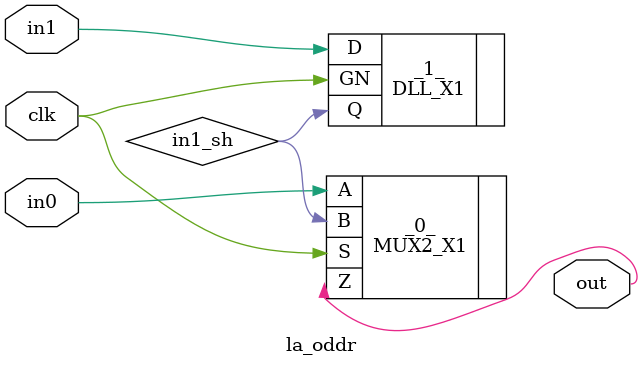
<source format=v>

/* Generated by Yosys 0.37 (git sha1 a5c7f69ed, clang 14.0.0-1ubuntu1.1 -fPIC -Os) */

module la_oddr(clk, in0, in1, out);
  input clk;
  wire clk;
  input in0;
  wire in0;
  input in1;
  wire in1;
  wire in1_sh;
  output out;
  wire out;
  MUX2_X1 _0_ (
    .A(in0),
    .B(in1_sh),
    .S(clk),
    .Z(out)
  );
  DLL_X1 _1_ (
    .D(in1),
    .GN(clk),
    .Q(in1_sh)
  );
endmodule

</source>
